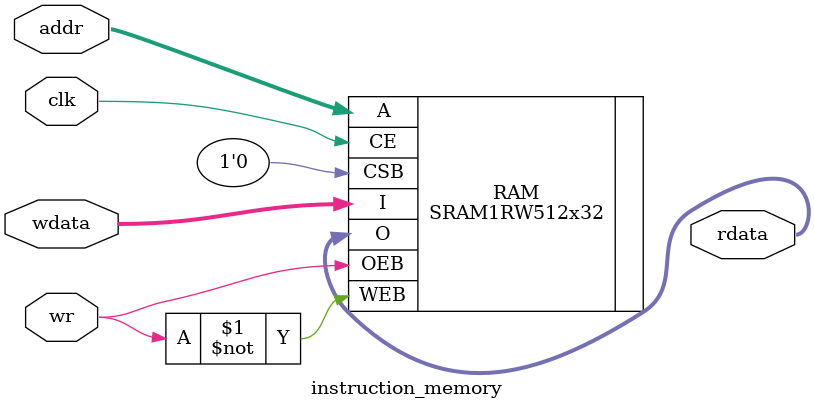
<source format=sv>

module instruction_memory
  #(
    parameter AW =  9,
    parameter DW = 32
  )
  (
    input  logic          clk,
    input  logic          wr,
    input  logic [AW-1:0] addr,
    input  logic [DW-1:0] wdata,
    output logic [DW-1:0] rdata
  );

`ifdef __SIM__

  logic [DW-1:0] mem [2**AW];

  always_ff @(posedge clk) begin
    if(wr)
      mem[addr] <= wdata;
  end

  assign rdata = mem[addr];

`else

   SRAM1RW512x32 RAM (
         .A       ( addr   ),
         .CE      ( clk    ),
         .WEB     ( ~wr    ),
         .OEB     ( wr     ),
         .CSB     ( 1'b0   ),
         .I       ( wdata     ),
         .O       ( rdata )
         );

`endif

endmodule:instruction_memory

</source>
